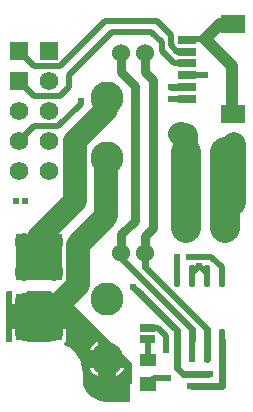
<source format=gbl>
G04 Layer: BottomLayer*
G04 EasyEDA v6.5.39, 2024-01-09 17:58:11*
G04 1731ee7187ce4ff3998c1f3127dcefb7,7c1e8d740ba24e6f83eb2d53d3341807,10*
G04 Gerber Generator version 0.2*
G04 Scale: 100 percent, Rotated: No, Reflected: No *
G04 Dimensions in millimeters *
G04 leading zeros omitted , absolute positions ,4 integer and 5 decimal *
%FSLAX45Y45*%
%MOMM*%

%AMMACRO1*21,1,$1,$2,0,0,$3*%
%ADD10C,2.0000*%
%ADD11C,0.5000*%
%ADD12C,0.6000*%
%ADD13C,1.0000*%
%ADD14C,2.5000*%
%ADD15C,0.8000*%
%ADD16MACRO1,0.5X0.8X90.0000*%
%ADD17MACRO1,1.728X1.485X90.0000*%
%ADD18MACRO1,0.6X1.55X-90.0000*%
%ADD19MACRO1,1.5X2X-90.0000*%
%ADD20R,1.3770X1.1325*%
%ADD21MACRO1,1.377X1.1325X0.0000*%
%ADD22MACRO1,0.635X1.27X-90.0000*%
%ADD23O,0.5684012X1.950212*%
%ADD24C,1.5748*%
%ADD25R,1.5748X1.5748*%
%ADD26R,4.0000X4.0000*%
%ADD27C,2.8000*%
%ADD28C,1.5240*%
%ADD29C,1.5700*%
%ADD30C,0.6200*%
%ADD31C,0.0187*%

%LPD*%
G36*
X2513279Y-1663192D02*
G01*
X2509469Y-1662430D01*
X2504694Y-1660499D01*
X2498902Y-1659585D01*
X2479446Y-1658670D01*
X2461260Y-1656080D01*
X2443378Y-1651812D01*
X2425954Y-1645920D01*
X2409139Y-1638452D01*
X2393137Y-1629460D01*
X2377998Y-1619046D01*
X2363876Y-1607261D01*
X2350871Y-1594256D01*
X2339187Y-1580083D01*
X2328824Y-1564894D01*
X2319934Y-1548790D01*
X2312517Y-1531975D01*
X2306726Y-1514500D01*
X2302560Y-1496618D01*
X2300071Y-1478381D01*
X2299208Y-1459687D01*
X2299208Y-1409903D01*
X2297988Y-1385163D01*
X2294636Y-1362252D01*
X2289200Y-1339748D01*
X2282748Y-1320342D01*
X2273503Y-1299108D01*
X2262327Y-1278788D01*
X2247696Y-1257401D01*
X2234641Y-1241704D01*
X2216302Y-1223365D01*
X2198370Y-1208684D01*
X2181555Y-1197102D01*
X2161336Y-1185722D01*
X2146198Y-1178915D01*
X2142693Y-1176324D01*
X2140559Y-1172514D01*
X2140254Y-1168146D01*
X2141778Y-1164082D01*
X2144877Y-1161034D01*
X2146503Y-1160018D01*
X2150618Y-1155903D01*
X2153666Y-1151026D01*
X2155596Y-1145540D01*
X2156307Y-1139240D01*
X2156307Y-1046175D01*
X2036775Y-1046175D01*
X2036775Y-1145032D01*
X2035962Y-1148943D01*
X2033778Y-1152194D01*
X2030475Y-1154430D01*
X2026615Y-1155192D01*
X1834235Y-1155192D01*
X1830324Y-1154430D01*
X1827022Y-1152194D01*
X1824837Y-1148943D01*
X1824075Y-1145032D01*
X1824075Y-1046175D01*
X1704492Y-1046175D01*
X1704492Y-1139240D01*
X1705000Y-1143914D01*
X1704593Y-1148130D01*
X1702511Y-1151788D01*
X1699056Y-1154328D01*
X1694942Y-1155192D01*
X1661668Y-1155192D01*
X1657756Y-1154430D01*
X1654505Y-1152194D01*
X1652270Y-1148943D01*
X1651507Y-1145032D01*
X1651507Y-734060D01*
X1652270Y-730148D01*
X1654505Y-726897D01*
X1657756Y-724662D01*
X1661668Y-723900D01*
X1694992Y-723900D01*
X1699107Y-724763D01*
X1702562Y-727303D01*
X1704644Y-730961D01*
X1705051Y-735177D01*
X1704492Y-740359D01*
X1704492Y-833475D01*
X1824075Y-833475D01*
X1824075Y-734060D01*
X1824837Y-730148D01*
X1827022Y-726897D01*
X1830324Y-724662D01*
X1834235Y-723900D01*
X2026615Y-723900D01*
X2030475Y-724662D01*
X2033778Y-726897D01*
X2035962Y-730148D01*
X2036775Y-734060D01*
X2036775Y-833475D01*
X2156307Y-833475D01*
X2156307Y-796544D01*
X2157069Y-792632D01*
X2159304Y-789330D01*
X2162556Y-787146D01*
X2166467Y-786384D01*
X2170379Y-787146D01*
X2173630Y-789330D01*
X2578862Y-1194562D01*
X2581046Y-1197864D01*
X2581859Y-1201775D01*
X2581859Y-1220165D01*
X2600248Y-1220165D01*
X2604109Y-1220927D01*
X2607411Y-1223111D01*
X2714802Y-1330502D01*
X2717038Y-1333804D01*
X2717800Y-1337716D01*
X2717800Y-1494383D01*
X2717038Y-1498295D01*
X2714802Y-1501597D01*
X2705811Y-1510588D01*
X2705100Y-1512316D01*
X2705100Y-1653032D01*
X2704338Y-1656943D01*
X2702102Y-1660194D01*
X2698851Y-1662430D01*
X2694940Y-1663192D01*
G37*

%LPC*%
G36*
X2429154Y-1443736D02*
G01*
X2429154Y-1372819D01*
X2358390Y-1372819D01*
X2364841Y-1384503D01*
X2375001Y-1398930D01*
X2386634Y-1412240D01*
X2399588Y-1424178D01*
X2413812Y-1434744D01*
G37*
G36*
X2581859Y-1443736D02*
G01*
X2597200Y-1434744D01*
X2611374Y-1424178D01*
X2624328Y-1412240D01*
X2635961Y-1398930D01*
X2646121Y-1384503D01*
X2652572Y-1372819D01*
X2581859Y-1372819D01*
G37*
G36*
X2358390Y-1220165D02*
G01*
X2429154Y-1220165D01*
X2429154Y-1149451D01*
X2421280Y-1153566D01*
X2406548Y-1163320D01*
X2392984Y-1174597D01*
X2380640Y-1187246D01*
X2369718Y-1201115D01*
X2360371Y-1216101D01*
G37*

%LPD*%
D10*
X3581400Y520700D02*
G01*
X3581400Y25400D01*
X3124200Y609600D02*
G01*
X3175000Y596900D01*
X3175000Y520700D01*
D11*
X1765300Y1054100D02*
G01*
X1892300Y927100D01*
X2108200Y927100D01*
X2184400Y1003300D01*
X2184400Y1104900D01*
X2552700Y1473200D01*
X2882900Y1473200D01*
X2971800Y1384300D01*
X2971800Y1308100D01*
X3074161Y1205737D01*
X3184397Y1205737D01*
D10*
X1930400Y-431800D02*
G01*
X1930400Y-266700D01*
X2235200Y38100D01*
X2235200Y546862D01*
X2501645Y811529D01*
X2501900Y914400D01*
X1854200Y-939800D02*
G01*
X1993900Y-939800D01*
X2260600Y-673100D01*
X2260600Y-330200D01*
X2501900Y-88900D01*
X2501900Y406400D01*
D12*
X2828543Y-403605D02*
G01*
X2828543Y-517144D01*
X3352800Y-1041400D01*
X3352800Y-1134110D01*
X2628391Y-403605D02*
G01*
X2628391Y-443992D01*
X3225800Y-1041400D01*
X3225800Y-1134110D01*
D13*
X3340100Y1409700D02*
G01*
X3568700Y1181100D01*
X3568700Y774700D01*
X3340100Y1409700D02*
G01*
X3467100Y1536700D01*
X3568700Y1536700D01*
D11*
X1765300Y1308100D02*
G01*
X1892300Y1181100D01*
X2108200Y1181100D01*
X2489200Y1562100D01*
X2933700Y1562100D01*
X3048000Y1447800D01*
X3048000Y1358900D01*
X3101086Y1305813D01*
X3184397Y1305813D01*
D14*
X3505200Y457200D02*
G01*
X3505200Y-190500D01*
X3175000Y457200D02*
G01*
X3175000Y-190500D01*
D11*
X2857500Y-1033779D02*
G01*
X2938785Y-1033779D01*
X3009900Y-1104894D01*
X3009900Y-1219200D01*
D12*
X3098800Y-1134107D02*
G01*
X3098800Y-1054100D01*
X2730500Y-685800D01*
X3098800Y-1134110D02*
G01*
X3098800Y-1371854D01*
X3150108Y-1423162D01*
X3225800Y-1423162D01*
D11*
X1765300Y546100D02*
G01*
X1892300Y673100D01*
X2095500Y673100D01*
X2286000Y863600D01*
X2286000Y889000D01*
D15*
X2628900Y1295400D02*
G01*
X2628900Y1130300D01*
X2743200Y1016000D01*
X2743200Y-127000D01*
X2628391Y-241807D01*
X2628391Y-403605D01*
X2832100Y1295400D02*
G01*
X2832100Y1130300D01*
X2895600Y1066800D01*
X2895600Y-190500D01*
X2828543Y-257555D01*
X2828543Y-403605D01*
D11*
X3200400Y-431800D02*
G01*
X3390900Y-431800D01*
X3479800Y-520700D01*
X3479800Y-593092D01*
X3098800Y-431800D02*
G01*
X3098800Y-533400D01*
X3098800Y-596900D01*
D12*
X3479800Y-1295400D02*
G01*
X3479800Y-1524000D01*
X3352800Y-1134107D02*
G01*
X3352800Y-1295400D01*
D11*
X3225800Y-1134107D02*
G01*
X3225800Y-1295400D01*
X3289300Y-508000D02*
G01*
X3225800Y-571500D01*
X3225800Y-593092D01*
X3289300Y-508000D02*
G01*
X3352800Y-571500D01*
X3352800Y-593092D01*
X3048000Y901700D02*
G01*
X3098805Y901700D01*
X3102792Y905687D01*
X3184451Y905687D01*
D12*
X3048000Y1003300D02*
G01*
X3182063Y1003300D01*
X3184451Y1005687D01*
X3479800Y-1134107D02*
G01*
X3479800Y-1295400D01*
D11*
X3184451Y1405686D02*
G01*
X3188461Y1409700D01*
X3340100Y1409700D01*
X3340100Y1104900D02*
G01*
X3339312Y1105687D01*
X3184451Y1105687D01*
X2857500Y-1125220D02*
G01*
X2857500Y-1309700D01*
X2857500Y-1509699D02*
G01*
X2906699Y-1460500D01*
X3022600Y-1460500D01*
D12*
X3225800Y-1423187D02*
G01*
X3365500Y-1423187D01*
X3365500Y-1423187D01*
X3479800Y-1524000D02*
G01*
X3478987Y-1523187D01*
X3365500Y-1523187D01*
X3365500Y-1523187D02*
G01*
X3365500Y-1523187D01*
X3225800Y-1523187D01*
D16*
G01*
X3365492Y-1523191D03*
G01*
X3365492Y-1423191D03*
D17*
G01*
X3180849Y241300D03*
G01*
X3499350Y241300D03*
G01*
X3180849Y25400D03*
G01*
X3499350Y25400D03*
G01*
X3180849Y-190500D03*
G01*
X3499350Y-190500D03*
G01*
X3180849Y457200D03*
G01*
X3499350Y457200D03*
D18*
G01*
X3184448Y1405694D03*
G01*
X3184448Y1305694D03*
G01*
X3184448Y1205694D03*
G01*
X3184448Y1105695D03*
G01*
X3184448Y1005695D03*
G01*
X3184448Y905695D03*
D19*
G01*
X3571948Y775704D03*
G01*
X3571948Y1535692D03*
D16*
G01*
X3225792Y-1523191D03*
G01*
X3225792Y-1423191D03*
D20*
G01*
X2857500Y-1309700D03*
D21*
G01*
X2857500Y-1509704D03*
D22*
G01*
X2857500Y-1033779D03*
G01*
X2857500Y-1125220D03*
D23*
G01*
X3098800Y-593089D03*
G01*
X3225800Y-593089D03*
G01*
X3352800Y-593089D03*
G01*
X3479800Y-593089D03*
G01*
X3098800Y-1134110D03*
G01*
X3225800Y-1134110D03*
G01*
X3352800Y-1134110D03*
G01*
X3479800Y-1134110D03*
D24*
G01*
X1765300Y292100D03*
G01*
X2019300Y292100D03*
G01*
X1765297Y546097D03*
G01*
X1765297Y800097D03*
D25*
G01*
X1765297Y1054097D03*
G01*
X1765297Y1308097D03*
G01*
X2019300Y1308100D03*
D24*
G01*
X2019300Y1054100D03*
G01*
X2019300Y800100D03*
G01*
X2019300Y546100D03*
D26*
G01*
X1930400Y-939800D03*
G01*
X1930400Y-431800D03*
D27*
G01*
X2505506Y403491D03*
G01*
X2505506Y911491D03*
D28*
G01*
X2628518Y1296504D03*
G01*
X2828518Y1296504D03*
D27*
G01*
X2505506Y-1296504D03*
G01*
X2505506Y-788504D03*
D28*
G01*
X2628518Y-403491D03*
G01*
X2828518Y-403491D03*
D29*
G01*
X2057400Y-558800D03*
G01*
X2057400Y-304800D03*
G01*
X1803400Y-558800D03*
G01*
X1803400Y-304800D03*
G01*
X2057400Y-1066800D03*
G01*
X2057400Y-812800D03*
G01*
X1803400Y-1066800D03*
G01*
X1803400Y-812800D03*
D30*
G01*
X3479800Y-1295400D03*
G01*
X3340100Y1409700D03*
G01*
X3340100Y1104900D03*
G01*
X3048000Y901700D03*
G01*
X3098800Y-431800D03*
G01*
X3200400Y-431800D03*
G01*
X3289300Y-508000D03*
G01*
X3568700Y1536700D03*
G01*
X3568700Y774700D03*
G01*
X3022600Y-1460500D03*
G01*
X3225800Y-1295400D03*
G01*
X3352800Y-1295400D03*
G01*
X3556000Y546100D03*
G01*
X3556000Y469900D03*
G01*
X3556000Y393700D03*
G01*
X3556000Y165100D03*
G01*
X3556000Y241300D03*
G01*
X3556000Y317500D03*
G01*
X3556000Y12700D03*
G01*
X3556000Y88900D03*
G01*
X3098800Y635000D03*
G01*
X3098800Y558800D03*
G01*
X3098800Y482600D03*
G01*
X3098800Y406400D03*
G01*
X3098800Y330200D03*
G01*
X3175000Y596900D03*
G01*
X3175000Y520700D03*
G01*
X3175000Y444500D03*
G01*
X3175000Y368300D03*
G01*
X3175000Y292100D03*
G01*
X3175000Y139700D03*
G01*
X3175000Y215900D03*
G01*
X3098800Y254000D03*
G01*
X3098800Y177800D03*
G01*
X3479800Y-1524000D03*
G01*
X3048000Y1003300D03*
G01*
X2286000Y889000D03*
G01*
X1816100Y38100D03*
G01*
X2794000Y-749300D03*
G01*
X2730500Y-685800D03*
G01*
X3009900Y-1219200D03*
G01*
X1739900Y38100D03*
G01*
X3632200Y508000D03*
G01*
X3632200Y431800D03*
G01*
X3632200Y355600D03*
G01*
X3632200Y279400D03*
G01*
X3632200Y203200D03*
G01*
X3632200Y127000D03*
G01*
X3632200Y50800D03*
G01*
X3632200Y-25400D03*
M02*

</source>
